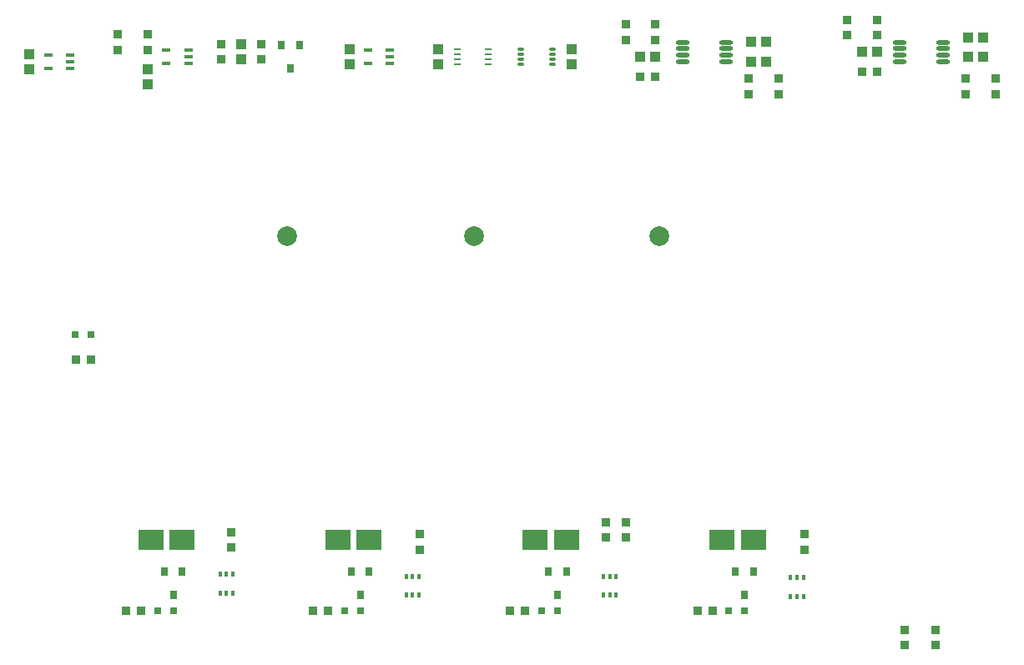
<source format=gtp>
G04*
G04 #@! TF.GenerationSoftware,Altium Limited,Altium Designer,18.1.11 (251)*
G04*
G04 Layer_Color=8421504*
%FSLAX25Y25*%
%MOIN*%
G70*
G01*
G75*
%ADD15R,0.02559X0.03740*%
%ADD16R,0.03543X0.03347*%
%ADD17C,0.07874*%
%ADD18R,0.03347X0.03543*%
%ADD19R,0.01654X0.02362*%
%ADD20O,0.01654X0.02362*%
%ADD21R,0.03150X0.03150*%
%ADD22R,0.09843X0.08071*%
%ADD23O,0.05709X0.01772*%
%ADD24R,0.03347X0.01378*%
%ADD25R,0.03347X0.01575*%
%ADD26O,0.02953X0.00984*%
%ADD27O,0.03150X0.01378*%
%ADD28R,0.03937X0.04134*%
%ADD29R,0.04134X0.03937*%
D15*
X271555Y46422D02*
D03*
X264350D02*
D03*
X267953Y37170D02*
D03*
X346358Y46422D02*
D03*
X339154D02*
D03*
X342756Y37170D02*
D03*
X118209Y46422D02*
D03*
X111004D02*
D03*
X114606Y37170D02*
D03*
X192815Y46422D02*
D03*
X185610D02*
D03*
X189213Y37170D02*
D03*
X165020Y256594D02*
D03*
X157815D02*
D03*
X161417Y247342D02*
D03*
D16*
X419193Y23130D02*
D03*
Y17028D02*
D03*
X406595D02*
D03*
Y23130D02*
D03*
X366634Y55118D02*
D03*
Y61221D02*
D03*
X287402Y59941D02*
D03*
Y66043D02*
D03*
X295276D02*
D03*
Y59941D02*
D03*
X213091Y55118D02*
D03*
Y61221D02*
D03*
X137795Y56004D02*
D03*
Y62106D02*
D03*
X149606Y250886D02*
D03*
Y256988D02*
D03*
X133858Y250886D02*
D03*
Y256988D02*
D03*
X92520Y260925D02*
D03*
Y254823D02*
D03*
X104331D02*
D03*
Y260925D02*
D03*
X356299Y243209D02*
D03*
Y237106D02*
D03*
X344488D02*
D03*
Y243209D02*
D03*
X307087Y258760D02*
D03*
Y264862D02*
D03*
X295276D02*
D03*
Y258760D02*
D03*
X442913Y243209D02*
D03*
Y237106D02*
D03*
X431102D02*
D03*
Y243209D02*
D03*
X395669Y260728D02*
D03*
Y266831D02*
D03*
X383858D02*
D03*
Y260728D02*
D03*
D17*
X308563Y180217D02*
D03*
X234744D02*
D03*
X159941D02*
D03*
D18*
X329994Y30791D02*
D03*
X323891D02*
D03*
X255191D02*
D03*
X249088D02*
D03*
X176450D02*
D03*
X170348D02*
D03*
X101844D02*
D03*
X95742D02*
D03*
X81791Y131004D02*
D03*
X75689D02*
D03*
X301083Y244094D02*
D03*
X307185D02*
D03*
X389665Y246063D02*
D03*
X395768D02*
D03*
D19*
X361122Y36516D02*
D03*
X286319Y36909D02*
D03*
X207579D02*
D03*
X133268Y37795D02*
D03*
D20*
X363681Y36516D02*
D03*
X366240D02*
D03*
X361122Y43996D02*
D03*
X363681D02*
D03*
X366240D02*
D03*
X288878Y36909D02*
D03*
X291437D02*
D03*
X286319Y44390D02*
D03*
X288878D02*
D03*
X291437D02*
D03*
X210138Y36909D02*
D03*
X212697D02*
D03*
X207579Y44390D02*
D03*
X210138D02*
D03*
X212697D02*
D03*
X135827Y37795D02*
D03*
X138386D02*
D03*
X133268Y45276D02*
D03*
X135827D02*
D03*
X138386D02*
D03*
D21*
X336457Y30791D02*
D03*
X342756D02*
D03*
X261653D02*
D03*
X267953D02*
D03*
X182913D02*
D03*
X189213D02*
D03*
X108307D02*
D03*
X114606D02*
D03*
X81693Y140945D02*
D03*
X75394D02*
D03*
D22*
X333760Y59153D02*
D03*
X346358D02*
D03*
X258957D02*
D03*
X271555D02*
D03*
X180217D02*
D03*
X192815D02*
D03*
X105610Y59055D02*
D03*
X118209D02*
D03*
D23*
X422047Y250098D02*
D03*
Y252658D02*
D03*
Y255217D02*
D03*
Y257776D02*
D03*
X404724Y250098D02*
D03*
Y252658D02*
D03*
Y255217D02*
D03*
Y257776D02*
D03*
X335433Y250098D02*
D03*
Y252658D02*
D03*
Y255217D02*
D03*
Y257776D02*
D03*
X318110Y250098D02*
D03*
Y252658D02*
D03*
Y255217D02*
D03*
Y257776D02*
D03*
D24*
X73228Y247441D02*
D03*
Y250000D02*
D03*
Y252559D02*
D03*
X64567D02*
D03*
Y247441D02*
D03*
X201181Y249410D02*
D03*
Y251969D02*
D03*
Y254528D02*
D03*
X192520D02*
D03*
Y249410D02*
D03*
D25*
X111713D02*
D03*
Y254528D02*
D03*
X120571D02*
D03*
Y251969D02*
D03*
Y249410D02*
D03*
D26*
X228150Y254921D02*
D03*
Y252953D02*
D03*
Y250984D02*
D03*
Y249016D02*
D03*
X240354Y254921D02*
D03*
Y252953D02*
D03*
Y250984D02*
D03*
Y249016D02*
D03*
D27*
X253543Y254921D02*
D03*
Y252953D02*
D03*
Y250984D02*
D03*
Y249016D02*
D03*
X266142Y254921D02*
D03*
Y252953D02*
D03*
Y250984D02*
D03*
Y249016D02*
D03*
D28*
X141732Y256890D02*
D03*
Y250984D02*
D03*
X57087Y252953D02*
D03*
Y247047D02*
D03*
X220472Y254921D02*
D03*
Y249016D02*
D03*
X104331Y247047D02*
D03*
Y241142D02*
D03*
X185039Y254921D02*
D03*
Y249016D02*
D03*
X273622Y254921D02*
D03*
Y249016D02*
D03*
D29*
X351378Y257874D02*
D03*
X345472D02*
D03*
X437992Y259842D02*
D03*
X432087D02*
D03*
X351378Y250000D02*
D03*
X345472D02*
D03*
X301181Y251969D02*
D03*
X307087D02*
D03*
X437992D02*
D03*
X432087D02*
D03*
X389764Y253937D02*
D03*
X395669D02*
D03*
M02*

</source>
